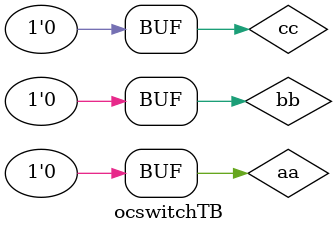
<source format=v>
`timescale 1ns/1ns
module ocswitchTB ();
reg aa,bb,cc;
wire yy0,yy1;
oc3inswitch UUT(.a(aa),.b(bb),.c(cc),.y0(yy0),.y1(yy1));
initial begin 
#50 aa=0 ; bb=0; cc=0;
#50 aa=0 ; bb=0; cc=1;
#50 aa=0 ; bb=1; cc=0;
#50 aa=0 ; bb=1; cc=1;
#50 aa=1 ; bb=0; cc=0;
#50 aa=1 ; bb=0; cc=1;
#50 aa=1 ; bb=1; cc=0;
#50 aa=1 ; bb=1; cc=1;
#50 aa=0 ; bb=0; cc=0;

end
endmodule

</source>
